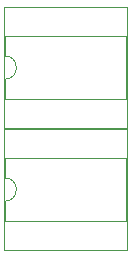
<source format=gbr>
%TF.GenerationSoftware,KiCad,Pcbnew,8.0.4*%
%TF.CreationDate,2024-09-15T22:21:47-03:00*%
%TF.ProjectId,PCBWay-Module_TA6586,50434257-6179-42d4-9d6f-64756c655f54,rev?*%
%TF.SameCoordinates,Original*%
%TF.FileFunction,Legend,Top*%
%TF.FilePolarity,Positive*%
%FSLAX46Y46*%
G04 Gerber Fmt 4.6, Leading zero omitted, Abs format (unit mm)*
G04 Created by KiCad (PCBNEW 8.0.4) date 2024-09-15 22:21:47*
%MOMM*%
%LPD*%
G01*
G04 APERTURE LIST*
%ADD10C,0.120000*%
G04 APERTURE END LIST*
D10*
%TO.C,U1*%
X141590000Y-78270000D02*
X141590000Y-88550000D01*
X141590000Y-88550000D02*
X151990000Y-88550000D01*
X141650000Y-80760000D02*
X141650000Y-82410000D01*
X141650000Y-84410000D02*
X141650000Y-86060000D01*
X141650000Y-86060000D02*
X151930000Y-86060000D01*
X151930000Y-80760000D02*
X141650000Y-80760000D01*
X151930000Y-86060000D02*
X151930000Y-80760000D01*
X151990000Y-78270000D02*
X141590000Y-78270000D01*
X151990000Y-88550000D02*
X151990000Y-78270000D01*
X141650000Y-82410000D02*
G75*
G02*
X141650000Y-84410000I0J-1000000D01*
G01*
%TO.C,U2*%
X141590000Y-67950000D02*
X141590000Y-78230000D01*
X141590000Y-78230000D02*
X151990000Y-78230000D01*
X141650000Y-70440000D02*
X141650000Y-72090000D01*
X141650000Y-74090000D02*
X141650000Y-75740000D01*
X141650000Y-75740000D02*
X151930000Y-75740000D01*
X151930000Y-70440000D02*
X141650000Y-70440000D01*
X151930000Y-75740000D02*
X151930000Y-70440000D01*
X151990000Y-67950000D02*
X141590000Y-67950000D01*
X151990000Y-78230000D02*
X151990000Y-67950000D01*
X141650000Y-72090000D02*
G75*
G02*
X141650000Y-74090000I0J-1000000D01*
G01*
%TD*%
M02*

</source>
